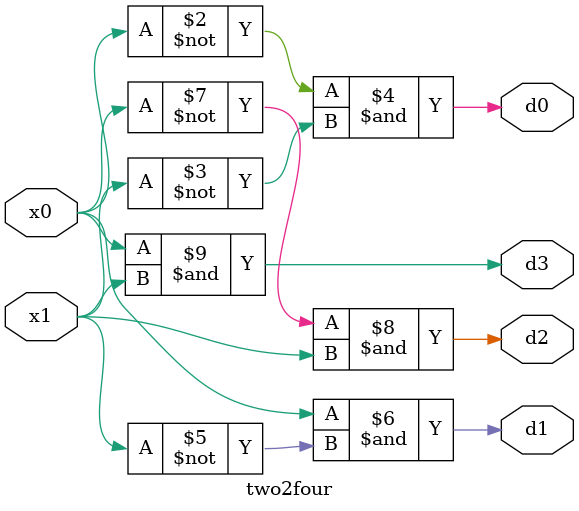
<source format=v>


module two2four(
  input x0,x1,
  output reg d0,d1,d2,d3);

always @ (x0 or x1)
begin
  
 d0 = ~x0 & ~x1;
 d1 =  x0 & ~x1;
 d2 = ~x0 &  x1;
 d3 =  x0 &  x1;
end
endmodule


</source>
